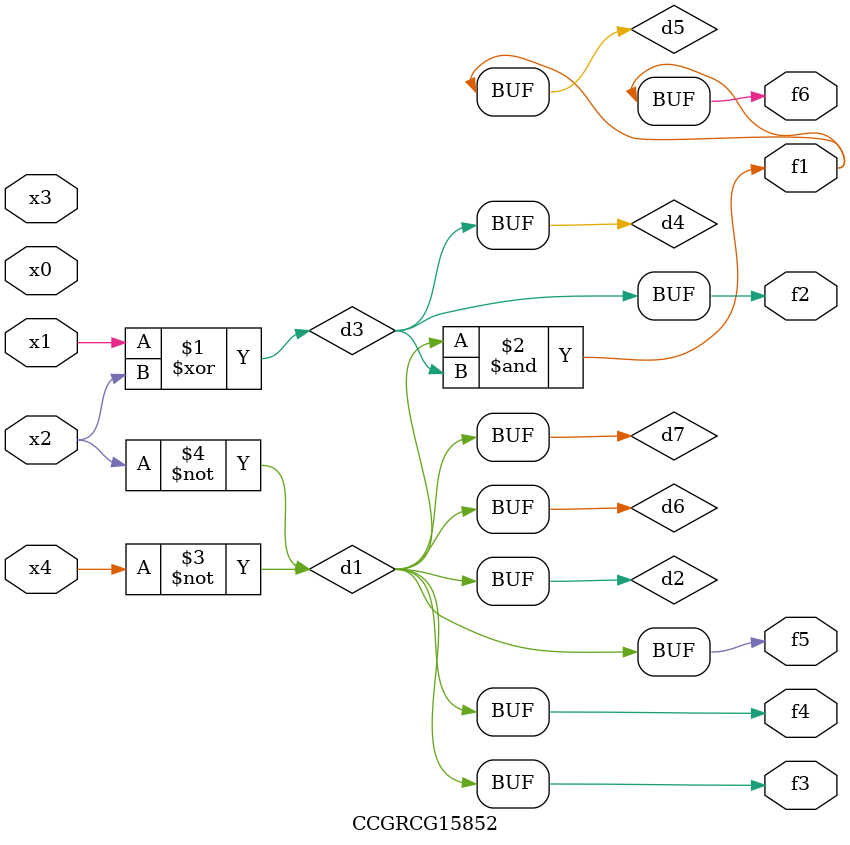
<source format=v>
module CCGRCG15852(
	input x0, x1, x2, x3, x4,
	output f1, f2, f3, f4, f5, f6
);

	wire d1, d2, d3, d4, d5, d6, d7;

	not (d1, x4);
	not (d2, x2);
	xor (d3, x1, x2);
	buf (d4, d3);
	and (d5, d1, d3);
	buf (d6, d1, d2);
	buf (d7, d2);
	assign f1 = d5;
	assign f2 = d4;
	assign f3 = d7;
	assign f4 = d7;
	assign f5 = d7;
	assign f6 = d5;
endmodule

</source>
